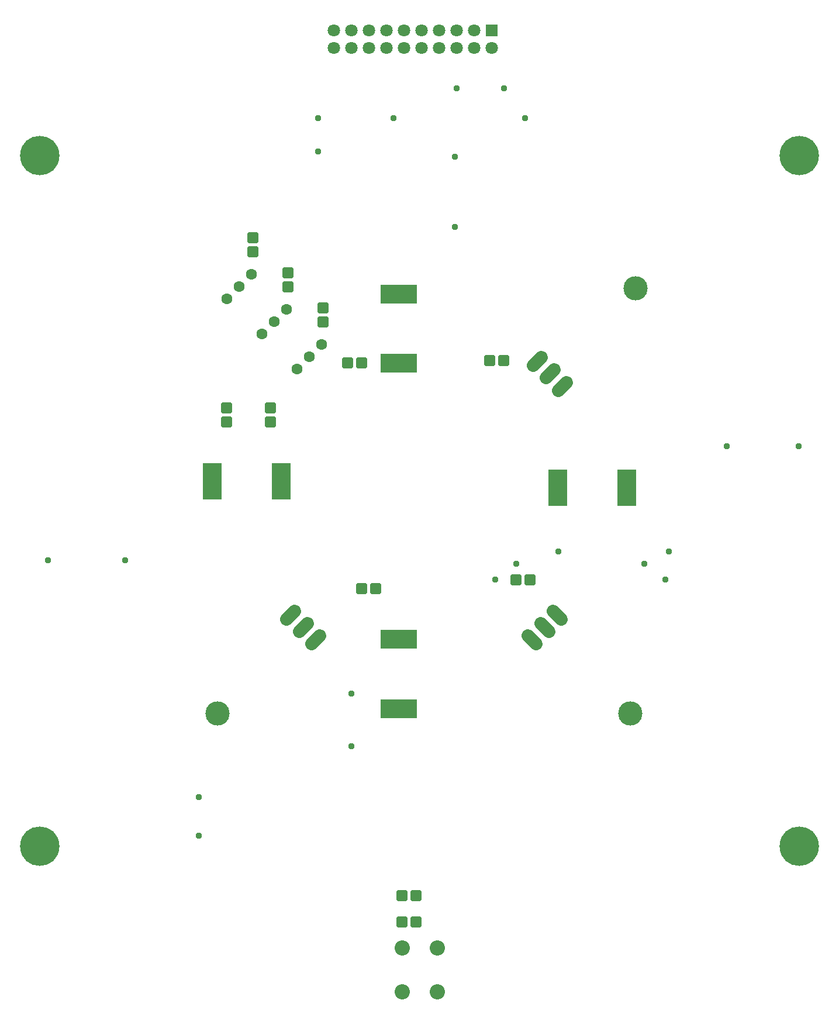
<source format=gbr>
G04 EAGLE Gerber RS-274X export*
G75*
%MOMM*%
%FSLAX34Y34*%
%LPD*%
%INSoldermask Bottom*%
%IPPOS*%
%AMOC8*
5,1,8,0,0,1.08239X$1,22.5*%
G01*
%ADD10C,0.480959*%
%ADD11C,1.603200*%
%ADD12C,2.203200*%
%ADD13R,1.803200X1.803200*%
%ADD14C,1.803200*%
%ADD15C,1.879600*%
%ADD16C,3.505200*%
%ADD17R,2.743200X5.283200*%
%ADD18R,5.283200X2.743200*%
%ADD19C,0.959600*%
%ADD20C,5.703200*%


D10*
X780311Y184889D02*
X769089Y184889D01*
X769089Y196111D01*
X780311Y196111D01*
X780311Y184889D01*
X780311Y189458D02*
X769089Y189458D01*
X769089Y194027D02*
X780311Y194027D01*
X789279Y184889D02*
X800501Y184889D01*
X789279Y184889D02*
X789279Y196111D01*
X800501Y196111D01*
X800501Y184889D01*
X800501Y189458D02*
X789279Y189458D01*
X789279Y194027D02*
X800501Y194027D01*
D11*
X622300Y990600D03*
X640261Y1008561D03*
X658221Y1026521D03*
X571500Y1041400D03*
X589461Y1059361D03*
X607421Y1077321D03*
X520700Y1092200D03*
X538661Y1110161D03*
X556621Y1128121D03*
D10*
X789409Y234211D02*
X800631Y234211D01*
X800631Y222989D01*
X789409Y222989D01*
X789409Y234211D01*
X789409Y227558D02*
X800631Y227558D01*
X800631Y232127D02*
X789409Y232127D01*
X780441Y234211D02*
X769219Y234211D01*
X780441Y234211D02*
X780441Y222989D01*
X769219Y222989D01*
X769219Y234211D01*
X769219Y227558D02*
X780441Y227558D01*
X780441Y232127D02*
X769219Y232127D01*
X934189Y680189D02*
X945411Y680189D01*
X934189Y680189D02*
X934189Y691411D01*
X945411Y691411D01*
X945411Y680189D01*
X945411Y684758D02*
X934189Y684758D01*
X934189Y689327D02*
X945411Y689327D01*
X954379Y680189D02*
X965601Y680189D01*
X954379Y680189D02*
X954379Y691411D01*
X965601Y691411D01*
X965601Y680189D01*
X965601Y684758D02*
X954379Y684758D01*
X954379Y689327D02*
X965601Y689327D01*
X742211Y678711D02*
X730989Y678711D01*
X742211Y678711D02*
X742211Y667489D01*
X730989Y667489D01*
X730989Y678711D01*
X730989Y672058D02*
X742211Y672058D01*
X742211Y676627D02*
X730989Y676627D01*
X722021Y678711D02*
X710799Y678711D01*
X722021Y678711D02*
X722021Y667489D01*
X710799Y667489D01*
X710799Y678711D01*
X710799Y672058D02*
X722021Y672058D01*
X722021Y676627D02*
X710799Y676627D01*
X896089Y997689D02*
X907311Y997689D01*
X896089Y997689D02*
X896089Y1008911D01*
X907311Y1008911D01*
X907311Y997689D01*
X907311Y1002258D02*
X896089Y1002258D01*
X896089Y1006827D02*
X907311Y1006827D01*
X916279Y997689D02*
X927501Y997689D01*
X916279Y997689D02*
X916279Y1008911D01*
X927501Y1008911D01*
X927501Y997689D01*
X927501Y1002258D02*
X916279Y1002258D01*
X916279Y1006827D02*
X927501Y1006827D01*
X721891Y1005101D02*
X710669Y1005101D01*
X721891Y1005101D02*
X721891Y993879D01*
X710669Y993879D01*
X710669Y1005101D01*
X710669Y998448D02*
X721891Y998448D01*
X721891Y1003017D02*
X710669Y1003017D01*
X701701Y1005101D02*
X690479Y1005101D01*
X701701Y1005101D02*
X701701Y993879D01*
X690479Y993879D01*
X690479Y1005101D01*
X690479Y998448D02*
X701701Y998448D01*
X701701Y1003017D02*
X690479Y1003017D01*
X589811Y920011D02*
X589811Y908789D01*
X578589Y908789D01*
X578589Y920011D01*
X589811Y920011D01*
X589811Y913358D02*
X578589Y913358D01*
X578589Y917927D02*
X589811Y917927D01*
X589811Y928979D02*
X589811Y940201D01*
X589811Y928979D02*
X578589Y928979D01*
X578589Y940201D01*
X589811Y940201D01*
X589811Y933548D02*
X578589Y933548D01*
X578589Y938117D02*
X589811Y938117D01*
X526311Y920011D02*
X526311Y908789D01*
X515089Y908789D01*
X515089Y920011D01*
X526311Y920011D01*
X526311Y913358D02*
X515089Y913358D01*
X515089Y917927D02*
X526311Y917927D01*
X526311Y928979D02*
X526311Y940201D01*
X526311Y928979D02*
X515089Y928979D01*
X515089Y940201D01*
X526311Y940201D01*
X526311Y933548D02*
X515089Y933548D01*
X515089Y938117D02*
X526311Y938117D01*
X654789Y1073889D02*
X654789Y1085111D01*
X666011Y1085111D01*
X666011Y1073889D01*
X654789Y1073889D01*
X654789Y1078458D02*
X666011Y1078458D01*
X666011Y1083027D02*
X654789Y1083027D01*
X654789Y1064921D02*
X654789Y1053699D01*
X654789Y1064921D02*
X666011Y1064921D01*
X666011Y1053699D01*
X654789Y1053699D01*
X654789Y1058268D02*
X666011Y1058268D01*
X666011Y1062837D02*
X654789Y1062837D01*
X603989Y1124689D02*
X603989Y1135911D01*
X615211Y1135911D01*
X615211Y1124689D01*
X603989Y1124689D01*
X603989Y1129258D02*
X615211Y1129258D01*
X615211Y1133827D02*
X603989Y1133827D01*
X603989Y1115721D02*
X603989Y1104499D01*
X603989Y1115721D02*
X615211Y1115721D01*
X615211Y1104499D01*
X603989Y1104499D01*
X603989Y1109068D02*
X615211Y1109068D01*
X615211Y1113637D02*
X603989Y1113637D01*
X553189Y1175489D02*
X553189Y1186711D01*
X564411Y1186711D01*
X564411Y1175489D01*
X553189Y1175489D01*
X553189Y1180058D02*
X564411Y1180058D01*
X564411Y1184627D02*
X553189Y1184627D01*
X553189Y1166521D02*
X553189Y1155299D01*
X553189Y1166521D02*
X564411Y1166521D01*
X564411Y1155299D01*
X553189Y1155299D01*
X553189Y1159868D02*
X564411Y1159868D01*
X564411Y1164437D02*
X553189Y1164437D01*
D12*
X774700Y152400D03*
X825500Y152400D03*
X825500Y88900D03*
X774700Y88900D03*
D13*
X904240Y1480820D03*
D14*
X904240Y1455420D03*
X878840Y1480820D03*
X878840Y1455420D03*
X853440Y1480820D03*
X853440Y1455420D03*
X828040Y1480820D03*
X828040Y1455420D03*
X802640Y1480820D03*
X802640Y1455420D03*
X777240Y1480820D03*
X777240Y1455420D03*
X751840Y1480820D03*
X751840Y1455420D03*
X726440Y1480820D03*
X726440Y1455420D03*
X701040Y1480820D03*
X701040Y1455420D03*
X675640Y1480820D03*
X675640Y1455420D03*
D15*
X993292Y640289D02*
X1005146Y628435D01*
X987186Y610474D02*
X975332Y622328D01*
X957371Y604368D02*
X969225Y592514D01*
D16*
X1105186Y492474D03*
D15*
X655529Y604368D02*
X643675Y592514D01*
X625714Y610474D02*
X637568Y622328D01*
X619608Y640289D02*
X607754Y628435D01*
D16*
X507714Y492474D03*
D15*
X964991Y995832D02*
X976845Y1007686D01*
X994806Y989726D02*
X982952Y977872D01*
X1000912Y959911D02*
X1012766Y971765D01*
D16*
X1112806Y1107726D03*
D17*
X1000100Y819300D03*
X1100100Y819300D03*
D18*
X770100Y599300D03*
X770100Y499300D03*
D17*
X600100Y828500D03*
X500100Y828500D03*
D18*
X770100Y999300D03*
X770100Y1099300D03*
D19*
X652780Y1305560D03*
X652780Y1353820D03*
X909320Y685800D03*
X1155700Y685800D03*
X762000Y1353820D03*
X952500Y1353820D03*
X939800Y708660D03*
X1125220Y708660D03*
X373380Y713740D03*
X261620Y713740D03*
X853440Y1397000D03*
X922020Y1397000D03*
D20*
X250000Y1300000D03*
X1350000Y1300000D03*
X250000Y300000D03*
X1350000Y300000D03*
D19*
X701040Y444500D03*
X701040Y520700D03*
X1244600Y878840D03*
X1348740Y878840D03*
X480060Y370840D03*
X480060Y314960D03*
X850900Y1297940D03*
X850900Y1196340D03*
X1000760Y726440D03*
X1160780Y726440D03*
M02*

</source>
